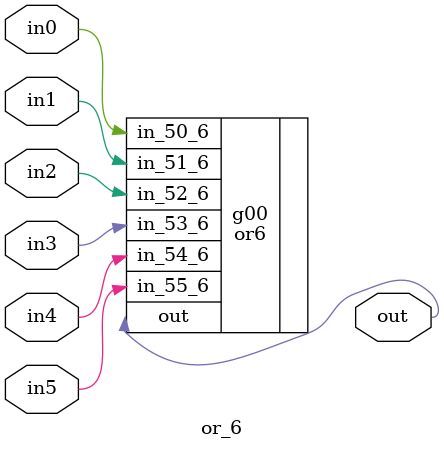
<source format=v>
module or_6 (
    in0, in1, in2, in3, in4, in5, out
);

    input in0, in1, in2, in3, in4, in5;
    output out;

    or6 g00 (.in_50_6(in0), .in_51_6(in1), .in_52_6(in2), .in_53_6(in3), .in_54_6(in4), .in_55_6(in5), .out(out));

endmodule

</source>
